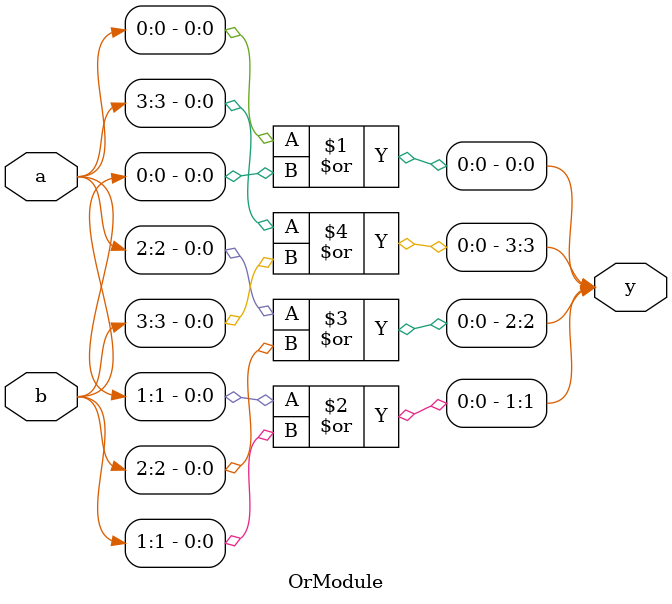
<source format=sv>
module OrModule #(
  parameter N = 4
)
(
  input [N-1:0] a,
  input [N-1:0] b,
  output [N-1:0] y
);

  genvar i;
  
  generate
    for(i=0; i<N; i=i+1) begin : or_op  
      or or_gate(y[i], a[i], b[i]);
    end
  endgenerate

endmodule
</source>
